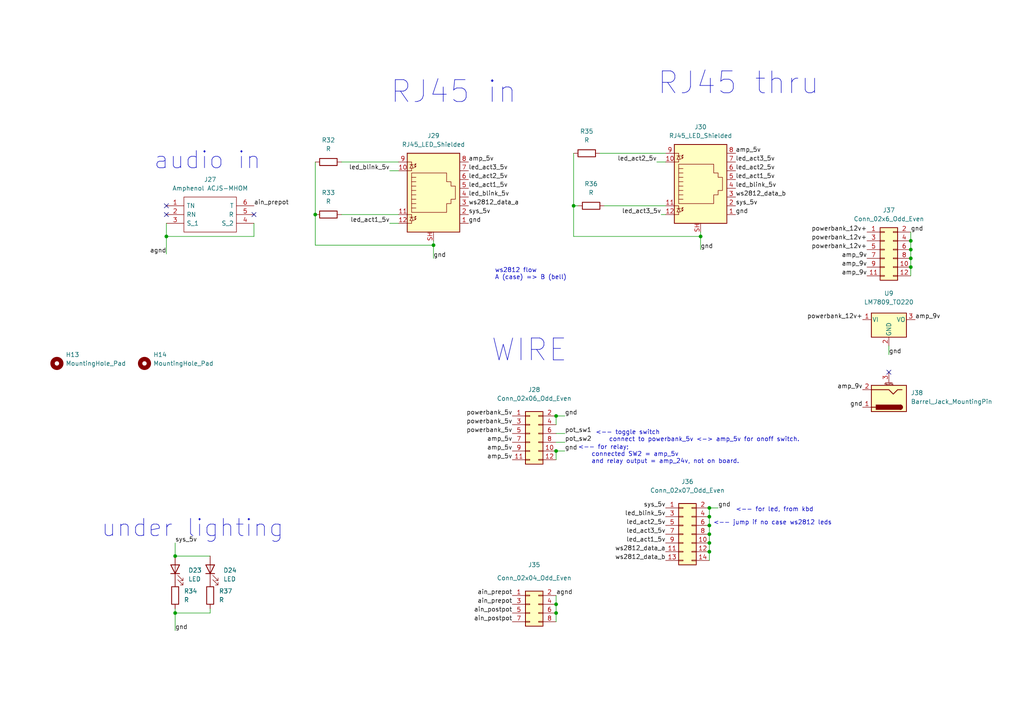
<source format=kicad_sch>
(kicad_sch (version 20211123) (generator eeschema)
  (paper "A4")
  (lib_symbols
    (symbol "Connector:RJ45_LED_Shielded" (pin_names (offset 1.016))
      (property "Reference" "J" (at -5.08 13.97 0))
      (property "Value" "RJ45_LED_Shielded" (at 1.27 13.97 0))
      (symbol "RJ45_LED_Shielded_0_1"
        (polyline (pts (xy -7.62 -7.62) (xy -6.35 -7.62)))
        (polyline (pts (xy -7.62 -5.08) (xy -6.35 -5.08)))
        (polyline (pts (xy -7.62 7.62) (xy -6.35 7.62)))
        (polyline (pts (xy -7.62 10.16) (xy -6.35 10.16)))
        (polyline (pts (xy -6.858 -5.842) (xy -5.842 -5.842)))
        (polyline (pts (xy -6.858 9.398) (xy -5.842 9.398)))
        (polyline (pts (xy -6.35 -7.62) (xy -6.35 -6.858)))
        (polyline (pts (xy -6.35 -5.08) (xy -6.35 -5.842)))
        (polyline (pts (xy -6.35 7.62) (xy -6.35 8.382)))
        (polyline (pts (xy -6.35 10.16) (xy -6.35 9.398)))
        (polyline (pts (xy -5.08 -6.223) (xy -5.207 -6.604)))
        (polyline (pts (xy -5.08 -5.588) (xy -5.207 -5.969)))
        (polyline (pts (xy -5.08 4.445) (xy -6.35 4.445)))
        (polyline (pts (xy -5.08 5.715) (xy -6.35 5.715)))
        (polyline (pts (xy -5.08 9.017) (xy -5.207 8.636)))
        (polyline (pts (xy -5.08 9.652) (xy -5.207 9.271)))
        (polyline (pts (xy -6.35 -3.175) (xy -5.08 -3.175) (xy -5.08 -3.175)))
        (polyline (pts (xy -6.35 -1.905) (xy -5.08 -1.905) (xy -5.08 -1.905)))
        (polyline (pts (xy -6.35 -0.635) (xy -5.08 -0.635) (xy -5.08 -0.635)))
        (polyline (pts (xy -6.35 0.635) (xy -5.08 0.635) (xy -5.08 0.635)))
        (polyline (pts (xy -6.35 1.905) (xy -5.08 1.905) (xy -5.08 1.905)))
        (polyline (pts (xy -5.588 -6.731) (xy -5.08 -6.223) (xy -5.461 -6.35)))
        (polyline (pts (xy -5.588 -6.096) (xy -5.08 -5.588) (xy -5.461 -5.715)))
        (polyline (pts (xy -5.588 8.509) (xy -5.08 9.017) (xy -5.461 8.89)))
        (polyline (pts (xy -5.588 9.144) (xy -5.08 9.652) (xy -5.461 9.525)))
        (polyline (pts (xy -5.08 3.175) (xy -6.35 3.175) (xy -6.35 3.175)))
        (polyline (pts (xy -6.35 -5.842) (xy -6.858 -6.858) (xy -5.842 -6.858) (xy -6.35 -5.842)))
        (polyline (pts (xy -6.35 9.398) (xy -6.858 8.382) (xy -5.842 8.382) (xy -6.35 9.398)))
        (polyline (pts (xy -6.35 -4.445) (xy -6.35 6.985) (xy 3.81 6.985) (xy 3.81 4.445) (xy 5.08 4.445) (xy 5.08 3.175) (xy 6.35 3.175) (xy 6.35 -0.635) (xy 5.08 -0.635) (xy 5.08 -1.905) (xy 3.81 -1.905) (xy 3.81 -4.445) (xy -6.35 -4.445) (xy -6.35 -4.445)))
        (rectangle (start 7.62 12.7) (end -7.62 -10.16) (stroke (width 0.254)) (fill (type background)))
      )
      (symbol "RJ45_LED_Shielded_1_1"
        (pin passive line (at 10.16 -7.62 180) (length 2.54) (name "~") (number "1"))
        (pin passive line (at -10.16 7.62 0) (length 2.54) (name "~") (number "10"))
        (pin passive line (at -10.16 -5.08 0) (length 2.54) (name "~") (number "11"))
        (pin passive line (at -10.16 -7.62 0) (length 2.54) (name "~") (number "12"))
        (pin passive line (at 10.16 -5.08 180) (length 2.54) (name "~") (number "2"))
        (pin passive line (at 10.16 -2.54 180) (length 2.54) (name "~") (number "3"))
        (pin passive line (at 10.16 0 180) (length 2.54) (name "~") (number "4"))
        (pin passive line (at 10.16 2.54 180) (length 2.54) (name "~") (number "5"))
        (pin passive line (at 10.16 5.08 180) (length 2.54) (name "~") (number "6"))
        (pin passive line (at 10.16 7.62 180) (length 2.54) (name "~") (number "7"))
        (pin passive line (at 10.16 10.16 180) (length 2.54) (name "~") (number "8"))
        (pin passive line (at -10.16 10.16 0) (length 2.54) (name "~") (number "9"))
        (pin passive line (at 0 -12.7 90) (length 2.54) (name "~") (number "SH"))
      )
    )
    (symbol "Connector_Generic:Conn_02x04_Odd_Even" (pin_names (offset 1.016) hide)
      (property "Reference" "J" (at 1.27 5.08 0))
      (property "Value" "Conn_02x04_Odd_Even" (at 1.27 -7.62 0))
      (symbol "Conn_02x04_Odd_Even_1_1"
        (rectangle (start -1.27 -4.953) (end 0 -5.207) (stroke (width 0.1524)))
        (rectangle (start -1.27 -2.413) (end 0 -2.667) (stroke (width 0.1524)))
        (rectangle (start -1.27 0.127) (end 0 -0.127) (stroke (width 0.1524)))
        (rectangle (start -1.27 2.667) (end 0 2.413) (stroke (width 0.1524)))
        (rectangle (start -1.27 3.81) (end 3.81 -6.35) (stroke (width 0.254)) (fill (type background)))
        (rectangle (start 3.81 -4.953) (end 2.54 -5.207) (stroke (width 0.1524)))
        (rectangle (start 3.81 -2.413) (end 2.54 -2.667) (stroke (width 0.1524)))
        (rectangle (start 3.81 0.127) (end 2.54 -0.127) (stroke (width 0.1524)))
        (rectangle (start 3.81 2.667) (end 2.54 2.413) (stroke (width 0.1524)))
        (pin passive line (at -5.08 2.54 0) (length 3.81) (name "Pin_1") (number "1"))
        (pin passive line (at 7.62 2.54 180) (length 3.81) (name "Pin_2") (number "2"))
        (pin passive line (at -5.08 0 0) (length 3.81) (name "Pin_3") (number "3"))
        (pin passive line (at 7.62 0 180) (length 3.81) (name "Pin_4") (number "4"))
        (pin passive line (at -5.08 -2.54 0) (length 3.81) (name "Pin_5") (number "5"))
        (pin passive line (at 7.62 -2.54 180) (length 3.81) (name "Pin_6") (number "6"))
        (pin passive line (at -5.08 -5.08 0) (length 3.81) (name "Pin_7") (number "7"))
        (pin passive line (at 7.62 -5.08 180) (length 3.81) (name "Pin_8") (number "8"))
      )
    )
    (symbol "Connector_Generic:Conn_02x06_Odd_Even" (pin_names (offset 1.016) hide)
      (property "Reference" "J" (at 1.27 7.62 0))
      (property "Value" "Conn_02x06_Odd_Even" (at 1.27 -10.16 0))
      (symbol "Conn_02x06_Odd_Even_1_1"
        (rectangle (start -1.27 -7.493) (end 0 -7.747) (stroke (width 0.1524)))
        (rectangle (start -1.27 -4.953) (end 0 -5.207) (stroke (width 0.1524)))
        (rectangle (start -1.27 -2.413) (end 0 -2.667) (stroke (width 0.1524)))
        (rectangle (start -1.27 0.127) (end 0 -0.127) (stroke (width 0.1524)))
        (rectangle (start -1.27 2.667) (end 0 2.413) (stroke (width 0.1524)))
        (rectangle (start -1.27 5.207) (end 0 4.953) (stroke (width 0.1524)))
        (rectangle (start -1.27 6.35) (end 3.81 -8.89) (stroke (width 0.254)) (fill (type background)))
        (rectangle (start 3.81 -7.493) (end 2.54 -7.747) (stroke (width 0.1524)))
        (rectangle (start 3.81 -4.953) (end 2.54 -5.207) (stroke (width 0.1524)))
        (rectangle (start 3.81 -2.413) (end 2.54 -2.667) (stroke (width 0.1524)))
        (rectangle (start 3.81 0.127) (end 2.54 -0.127) (stroke (width 0.1524)))
        (rectangle (start 3.81 2.667) (end 2.54 2.413) (stroke (width 0.1524)))
        (rectangle (start 3.81 5.207) (end 2.54 4.953) (stroke (width 0.1524)))
        (pin passive line (at -5.08 5.08 0) (length 3.81) (name "Pin_1") (number "1"))
        (pin passive line (at 7.62 -5.08 180) (length 3.81) (name "Pin_10") (number "10"))
        (pin passive line (at -5.08 -7.62 0) (length 3.81) (name "Pin_11") (number "11"))
        (pin passive line (at 7.62 -7.62 180) (length 3.81) (name "Pin_12") (number "12"))
        (pin passive line (at 7.62 5.08 180) (length 3.81) (name "Pin_2") (number "2"))
        (pin passive line (at -5.08 2.54 0) (length 3.81) (name "Pin_3") (number "3"))
        (pin passive line (at 7.62 2.54 180) (length 3.81) (name "Pin_4") (number "4"))
        (pin passive line (at -5.08 0 0) (length 3.81) (name "Pin_5") (number "5"))
        (pin passive line (at 7.62 0 180) (length 3.81) (name "Pin_6") (number "6"))
        (pin passive line (at -5.08 -2.54 0) (length 3.81) (name "Pin_7") (number "7"))
        (pin passive line (at 7.62 -2.54 180) (length 3.81) (name "Pin_8") (number "8"))
        (pin passive line (at -5.08 -5.08 0) (length 3.81) (name "Pin_9") (number "9"))
      )
    )
    (symbol "Connector_Generic:Conn_02x07_Odd_Even" (pin_names (offset 1.016) hide)
      (property "Reference" "J" (at 1.27 10.16 0))
      (property "Value" "Conn_02x07_Odd_Even" (at 1.27 -10.16 0))
      (symbol "Conn_02x07_Odd_Even_1_1"
        (rectangle (start -1.27 -7.493) (end 0 -7.747) (stroke (width 0.1524)))
        (rectangle (start -1.27 -4.953) (end 0 -5.207) (stroke (width 0.1524)))
        (rectangle (start -1.27 -2.413) (end 0 -2.667) (stroke (width 0.1524)))
        (rectangle (start -1.27 0.127) (end 0 -0.127) (stroke (width 0.1524)))
        (rectangle (start -1.27 2.667) (end 0 2.413) (stroke (width 0.1524)))
        (rectangle (start -1.27 5.207) (end 0 4.953) (stroke (width 0.1524)))
        (rectangle (start -1.27 7.747) (end 0 7.493) (stroke (width 0.1524)))
        (rectangle (start -1.27 8.89) (end 3.81 -8.89) (stroke (width 0.254)) (fill (type background)))
        (rectangle (start 3.81 -7.493) (end 2.54 -7.747) (stroke (width 0.1524)))
        (rectangle (start 3.81 -4.953) (end 2.54 -5.207) (stroke (width 0.1524)))
        (rectangle (start 3.81 -2.413) (end 2.54 -2.667) (stroke (width 0.1524)))
        (rectangle (start 3.81 0.127) (end 2.54 -0.127) (stroke (width 0.1524)))
        (rectangle (start 3.81 2.667) (end 2.54 2.413) (stroke (width 0.1524)))
        (rectangle (start 3.81 5.207) (end 2.54 4.953) (stroke (width 0.1524)))
        (rectangle (start 3.81 7.747) (end 2.54 7.493) (stroke (width 0.1524)))
        (pin passive line (at -5.08 7.62 0) (length 3.81) (name "Pin_1") (number "1"))
        (pin passive line (at 7.62 -2.54 180) (length 3.81) (name "Pin_10") (number "10"))
        (pin passive line (at -5.08 -5.08 0) (length 3.81) (name "Pin_11") (number "11"))
        (pin passive line (at 7.62 -5.08 180) (length 3.81) (name "Pin_12") (number "12"))
        (pin passive line (at -5.08 -7.62 0) (length 3.81) (name "Pin_13") (number "13"))
        (pin passive line (at 7.62 -7.62 180) (length 3.81) (name "Pin_14") (number "14"))
        (pin passive line (at 7.62 7.62 180) (length 3.81) (name "Pin_2") (number "2"))
        (pin passive line (at -5.08 5.08 0) (length 3.81) (name "Pin_3") (number "3"))
        (pin passive line (at 7.62 5.08 180) (length 3.81) (name "Pin_4") (number "4"))
        (pin passive line (at -5.08 2.54 0) (length 3.81) (name "Pin_5") (number "5"))
        (pin passive line (at 7.62 2.54 180) (length 3.81) (name "Pin_6") (number "6"))
        (pin passive line (at -5.08 0 0) (length 3.81) (name "Pin_7") (number "7"))
        (pin passive line (at 7.62 0 180) (length 3.81) (name "Pin_8") (number "8"))
        (pin passive line (at -5.08 -2.54 0) (length 3.81) (name "Pin_9") (number "9"))
      )
    )
    (symbol "Device:LED" (pin_numbers hide) (pin_names (offset 1.016) hide)
      (property "Reference" "D" (at 0 2.54 0))
      (property "Value" "LED" (at 0 -2.54 0))
      (symbol "LED_0_1"
        (polyline (pts (xy -1.27 -1.27) (xy -1.27 1.27)) (stroke (width 0.254)))
        (polyline (pts (xy -1.27 0) (xy 1.27 0)))
        (polyline (pts (xy 1.27 -1.27) (xy 1.27 1.27) (xy -1.27 0) (xy 1.27 -1.27)) (stroke (width 0.254)))
        (polyline (pts (xy -3.048 -0.762) (xy -4.572 -2.286) (xy -3.81 -2.286) (xy -4.572 -2.286) (xy -4.572 -1.524)))
        (polyline (pts (xy -1.778 -0.762) (xy -3.302 -2.286) (xy -2.54 -2.286) (xy -3.302 -2.286) (xy -3.302 -1.524)))
      )
      (symbol "LED_1_1"
        (pin passive line (at -3.81 0 0) (length 2.54) (name "K") (number "1"))
        (pin passive line (at 3.81 0 180) (length 2.54) (name "A") (number "2"))
      )
    )
    (symbol "Device:R" (pin_numbers hide) (pin_names (offset 0))
      (property "Reference" "R" (at 2.032 0 90))
      (property "Value" "R" (at 0 0 90))
      (symbol "R_0_1"
        (rectangle (start -1.016 -2.54) (end 1.016 2.54) (stroke (width 0.254)))
      )
      (symbol "R_1_1"
        (pin passive line (at 0 3.81 270) (length 1.27) (name "~") (number "1"))
        (pin passive line (at 0 -3.81 90) (length 1.27) (name "~") (number "2"))
      )
    )
    (symbol "Mechanical:MountingHole" (pin_names (offset 1.016))
      (property "Reference" "H" (at 0 5.08 0))
      (property "Value" "MountingHole" (at 0 3.175 0))
      (symbol "MountingHole_0_1"
        (circle (center 0 0) (radius 1.27) (stroke (width 1.27)))
      )
    )
    (symbol "Regulator_Linear:LM7809_TO220" (pin_names (offset 0.254))
      (property "Reference" "U" (at -3.81 3.175 0))
      (property "Value" "LM7809_TO220" (at 0 3.175 0))
      (symbol "LM7809_TO220_0_1"
        (rectangle (start -5.08 1.905) (end 5.08 -5.08) (stroke (width 0.254)) (fill (type background)))
      )
      (symbol "LM7809_TO220_1_1"
        (pin power_in line (at -7.62 0 0) (length 2.54) (name "VI") (number "1"))
        (pin power_in line (at 0 -7.62 90) (length 2.54) (name "GND") (number "2"))
        (pin power_out line (at 7.62 0 180) (length 2.54) (name "VO") (number "3"))
      )
    )
    (symbol "clarinoid2:Amphenol ACJS-MHOM" (pin_names (offset 0.762))
      (property "Reference" "J" (at 21.59 7.62 0))
      (property "Value" "Amphenol ACJS-MHOM" (at 21.59 5.08 0))
      (symbol "Amphenol ACJS-MHOM_0_0"
        (pin passive line (at 0 0 0) (length 5.08) (name "TN") (number "1"))
        (pin passive line (at 0 -2.54 0) (length 5.08) (name "RN") (number "2"))
        (pin passive line (at 0 -5.08 0) (length 5.08) (name "S_1") (number "3"))
        (pin passive line (at 25.4 -5.08 180) (length 5.08) (name "S_2") (number "4"))
        (pin passive line (at 25.4 -2.54 180) (length 5.08) (name "R") (number "5"))
        (pin passive line (at 25.4 0 180) (length 5.08) (name "T") (number "6"))
      )
      (symbol "Amphenol ACJS-MHOM_0_1"
        (polyline (pts (xy 5.08 2.54) (xy 20.32 2.54) (xy 20.32 -7.62) (xy 5.08 -7.62) (xy 5.08 2.54)) (stroke (width 0.1524)))
      )
    )
    (symbol "clarinoid2:Barrel_Jack_MountingPin" (pin_names hide)
      (property "Reference" "J" (at 0 5.334 0))
      (property "Value" "Barrel_Jack_MountingPin" (at 1.27 -6.35 0))
      (symbol "Barrel_Jack_MountingPin_0_1"
        (rectangle (start -5.08 3.81) (end 5.08 -3.81) (stroke (width 0.254)) (fill (type background)))
        (arc (start -3.302 3.175) (mid -3.937 2.54) (end -3.302 1.905) (stroke (width 0.254)))
        (arc (start -3.302 3.175) (mid -3.937 2.54) (end -3.302 1.905) (stroke (width 0.254)) (fill (type outline)))
        (polyline (pts (xy 5.08 2.54) (xy 3.81 2.54)) (stroke (width 0.254)))
        (polyline (pts (xy -3.81 -2.54) (xy -2.54 -2.54) (xy -1.27 -1.27) (xy 0 -2.54) (xy 2.54 -2.54) (xy 5.08 -2.54)) (stroke (width 0.254)))
        (rectangle (start 3.683 3.175) (end -3.302 1.905) (stroke (width 0.254)) (fill (type outline)))
      )
      (symbol "Barrel_Jack_MountingPin_1_1"
        (polyline (pts (xy -1.016 -4.572) (xy 1.016 -4.572)) (stroke (width 0.1524)))
        (text "Mounting" (at 0 -4.191 0) (effects (font (size 0.381 0.381))))
        (pin passive line (at 7.62 2.54 180) (length 2.54) (name "~") (number "1"))
        (pin passive line (at 7.62 -2.54 180) (length 2.54) (name "~") (number "2"))
        (pin passive line (at 0 -7.62 90) (length 3.048) (name "MountPin") (number "3"))
      )
    )
  )
  (junction (at 91.44 62.23))
  (junction (at 264.16 72.39))
  (junction (at 125.73 71.12))
  (junction (at 205.74 149.86))
  (junction (at 203.2 68.58))
  (junction (at 205.74 152.4))
  (junction (at 264.16 69.85))
  (junction (at 205.74 157.48))
  (junction (at 161.29 120.65))
  (junction (at 264.16 74.93))
  (junction (at 205.74 160.02))
  (junction (at 205.74 147.32))
  (junction (at 50.8 177.8))
  (junction (at 264.16 77.47))
  (junction (at 166.37 59.69))
  (junction (at 161.29 177.8))
  (junction (at 205.74 154.94))
  (junction (at 161.29 130.81))
  (junction (at 50.8 161.29))
  (junction (at 161.29 175.26))
  (junction (at 48.26 68.58))
  (no_connect (at 73.66 62.23))
  (no_connect (at 48.26 59.69))
  (no_connect (at 48.26 62.23))
  (no_connect (at 257.81 107.95))
  (wire (pts (xy 73.66 68.58) (xy 48.26 68.58)))
  (wire (pts (xy 205.74 157.48) (xy 205.74 160.02)))
  (wire (pts (xy 264.16 72.39) (xy 264.16 74.93)))
  (wire (pts (xy 203.2 72.39) (xy 203.2 68.58)))
  (wire (pts (xy 99.06 46.99) (xy 115.57 46.99)))
  (wire (pts (xy 163.83 120.65) (xy 161.29 120.65)))
  (wire (pts (xy 161.29 125.73) (xy 163.83 125.73)))
  (wire (pts (xy 48.26 73.66) (xy 48.26 68.58)))
  (wire (pts (xy 113.03 49.53) (xy 115.57 49.53)))
  (wire (pts (xy 208.28 147.32) (xy 205.74 147.32)))
  (wire (pts (xy 50.8 182.88) (xy 50.8 177.8)))
  (wire (pts (xy 205.74 154.94) (xy 205.74 157.48)))
  (wire (pts (xy 191.77 62.23) (xy 193.04 62.23)))
  (wire (pts (xy 205.74 152.4) (xy 205.74 154.94)))
  (wire (pts (xy 264.16 69.85) (xy 264.16 72.39)))
  (wire (pts (xy 173.99 44.45) (xy 193.04 44.45)))
  (wire (pts (xy 91.44 46.99) (xy 91.44 62.23)))
  (wire (pts (xy 166.37 59.69) (xy 167.64 59.69)))
  (wire (pts (xy 264.16 74.93) (xy 264.16 77.47)))
  (wire (pts (xy 91.44 62.23) (xy 91.44 71.12)))
  (wire (pts (xy 205.74 147.32) (xy 205.74 149.86)))
  (wire (pts (xy 161.29 177.8) (xy 161.29 180.34)))
  (wire (pts (xy 203.2 68.58) (xy 203.2 67.31)))
  (wire (pts (xy 166.37 59.69) (xy 166.37 68.58)))
  (wire (pts (xy 166.37 68.58) (xy 203.2 68.58)))
  (wire (pts (xy 60.96 176.53) (xy 60.96 177.8)))
  (wire (pts (xy 50.8 177.8) (xy 50.8 176.53)))
  (wire (pts (xy 166.37 44.45) (xy 166.37 59.69)))
  (wire (pts (xy 161.29 130.81) (xy 161.29 133.35)))
  (wire (pts (xy 161.29 172.72) (xy 161.29 175.26)))
  (wire (pts (xy 99.06 62.23) (xy 115.57 62.23)))
  (wire (pts (xy 264.16 77.47) (xy 264.16 80.01)))
  (wire (pts (xy 125.73 71.12) (xy 125.73 69.85)))
  (wire (pts (xy 60.96 177.8) (xy 50.8 177.8)))
  (wire (pts (xy 205.74 149.86) (xy 205.74 152.4)))
  (wire (pts (xy 161.29 130.81) (xy 163.83 130.81)))
  (wire (pts (xy 50.8 157.48) (xy 50.8 161.29)))
  (wire (pts (xy 125.73 74.93) (xy 125.73 71.12)))
  (wire (pts (xy 257.81 102.87) (xy 257.81 100.33)))
  (wire (pts (xy 48.26 68.58) (xy 48.26 64.77)))
  (wire (pts (xy 190.5 46.99) (xy 193.04 46.99)))
  (wire (pts (xy 264.16 67.31) (xy 264.16 69.85)))
  (wire (pts (xy 161.29 120.65) (xy 161.29 123.19)))
  (wire (pts (xy 50.8 161.29) (xy 60.96 161.29)))
  (wire (pts (xy 113.03 64.77) (xy 115.57 64.77)))
  (wire (pts (xy 161.29 175.26) (xy 161.29 177.8)))
  (wire (pts (xy 163.83 128.27) (xy 161.29 128.27)))
  (wire (pts (xy 91.44 71.12) (xy 125.73 71.12)))
  (wire (pts (xy 205.74 160.02) (xy 205.74 162.56)))
  (wire (pts (xy 73.66 64.77) (xy 73.66 68.58)))
  (wire (pts (xy 175.26 59.69) (xy 193.04 59.69)))
  (text "ws2812 flow\nA (case) => B (bell)" (at 143.51 81.28 0) (effects (font (size 1.27 1.27)) (justify left bottom)))
  (text "RJ45 in" (at 113.03 30.48 0) (effects (font (size 6.35 6.35)) (justify left bottom)))
  (text "<-- for led, from kbd" (at 213.36 148.59 0) (effects (font (size 1.27 1.27)) (justify left bottom)))
  (text "under lighting" (at 29.21 156.21 0) (effects (font (size 5 5)) (justify left bottom)))
  (text "RJ45 thru" (at 190.5 27.94 0) (effects (font (size 6.35 6.35)) (justify left bottom)))
  (text "audio in" (at 44.45 49.53 0) (effects (font (size 5 5)) (justify left bottom)))
  (text "<-- for relay;\n    connected SW2 = amp_5v\n    and relay output = amp_24v, not on board." (at 167.64 134.62 0) (effects (font (size 1.27 1.27)) (justify left bottom)))
  (text "<-- jump if no case ws2812 leds" (at 241.3 152.4 180) (effects (font (size 1.27 1.27)) (justify right bottom)))
  (text "<-- toggle switch\n    connect to powerbank_5v <-> amp_5v for onoff switch.\n" (at 172.72 128.27 0) (effects (font (size 1.27 1.27)) (justify left bottom)))
  (text "WIRE" (at 142.24 105.41 0) (effects (font (size 6.35 6.35)) (justify left bottom)))
  (label "led_act3_5v" (at 193.04 154.94 180))
  (label "pot_sw1" (at 163.83 125.73 0))
  (label "led_act2_5v" (at 135.89 52.07 0))
  (label "led_act2_5v" (at 213.36 49.53 0))
  (label "led_blink_5v" (at 213.36 54.61 0))
  (label "amp_9v" (at 250.19 113.03 180))
  (label "powerbank_5v" (at 148.59 125.73 180))
  (label "gnd" (at 163.83 120.65 0))
  (label "ain_prepot" (at 148.59 175.26 180))
  (label "gnd" (at 50.8 182.88 0))
  (label "sys_5v" (at 50.8 157.48 0))
  (label "powerbank_5v" (at 148.59 120.65 180))
  (label "led_act1_5v" (at 135.89 54.61 0))
  (label "amp_9v" (at 251.46 74.93 180))
  (label "amp_5v" (at 213.36 44.45 0))
  (label "gnd" (at 250.19 118.11 180))
  (label "sys_5v" (at 135.89 62.23 0))
  (label "led_blink_5v" (at 193.04 149.86 180))
  (label "ws2812_data_b" (at 213.36 57.15 0))
  (label "powerbank_12v+" (at 251.46 67.31 180))
  (label "led_act1_5v" (at 113.03 64.77 180))
  (label "gnd" (at 163.83 130.81 0))
  (label "gnd" (at 203.2 72.39 0))
  (label "amp_5v" (at 148.59 130.81 180))
  (label "amp_5v" (at 148.59 133.35 180))
  (label "gnd" (at 213.36 62.23 0))
  (label "amp_5v" (at 135.89 46.99 0))
  (label "led_act3_5v" (at 135.89 49.53 0))
  (label "powerbank_12v+" (at 251.46 72.39 180))
  (label "ws2812_data_b" (at 193.04 162.56 180))
  (label "led_act2_5v" (at 190.5 46.99 180))
  (label "powerbank_12v+" (at 251.46 69.85 180))
  (label "pot_sw2" (at 163.83 128.27 0))
  (label "agnd" (at 161.29 172.72 0))
  (label "gnd" (at 125.73 74.93 0))
  (label "sys_5v" (at 213.36 59.69 0))
  (label "ain_postpot" (at 148.59 180.34 180))
  (label "led_blink_5v" (at 135.89 57.15 0))
  (label "powerbank_5v" (at 148.59 123.19 180))
  (label "ws2812_data_a" (at 135.89 59.69 0))
  (label "led_act1_5v" (at 193.04 157.48 180))
  (label "ws2812_data_a" (at 193.04 160.02 180))
  (label "led_act3_5v" (at 191.77 62.23 180))
  (label "amp_9v" (at 265.43 92.71 0))
  (label "gnd" (at 257.81 102.87 0))
  (label "ain_postpot" (at 148.59 177.8 180))
  (label "powerbank_12v+" (at 250.19 92.71 180))
  (label "gnd" (at 208.28 147.32 0))
  (label "led_act2_5v" (at 193.04 152.4 180))
  (label "amp_9v" (at 251.46 80.01 180))
  (label "led_blink_5v" (at 113.03 49.53 180))
  (label "gnd" (at 135.89 64.77 0))
  (label "amp_5v" (at 148.59 128.27 180))
  (label "gnd" (at 264.16 67.31 0))
  (label "sys_5v" (at 193.04 147.32 180))
  (label "led_act3_5v" (at 213.36 46.99 0))
  (label "agnd" (at 48.26 73.66 180))
  (label "amp_9v" (at 251.46 77.47 180))
  (label "led_act1_5v" (at 213.36 52.07 0))
  (label "ain_prepot" (at 148.59 172.72 180))
  (label "ain_prepot" (at 73.66 59.69 0))
  (symbol (lib_id "Device:R") (at 171.45 59.69 90) (unit 1) (in_bom no)
    (property "Reference" "R36" (at 171.45 53.34 90))
    (property "Value" "R" (at 171.45 55.88 90))
    (property "Footprint" "Resistor_THT:R_Axial_DIN0207_L6.3mm_D2.5mm_P10.16mm_Horizontal" (effects hide))
  )
  (symbol (lib_id "Device:LED") (at 50.8 165.1 90) (unit 1) (in_bom no)
    (property "Reference" "D23" (at 54.61 165.4174 90) (effects (justify right)))
    (property "Value" "LED" (at 54.61 167.9574 90) (effects (justify right)))
    (property "Footprint" "clarinoid2:LED_D5.0mm_withbottomtext" (effects hide))
  )
  (symbol (lib_id "Connector_Generic:Conn_02x06_Odd_Even") (at 256.54 72.39 0) (unit 1) (in_bom no)
    (property "Reference" "J37" (at 257.81 60.96 0))
    (property "Value" "Conn_02x6_Odd_Even" (at 257.81 63.5 0))
    (property "Footprint" "Connector_PinHeader_2.54mm:PinHeader_2x06_P2.54mm_Vertical" (effects hide))
  )
  (symbol (lib_id "Connector_Generic:Conn_02x06_Odd_Even") (at 153.67 125.73 0) (unit 1)
    (property "Reference" "J28" (at 154.94 113.03 0))
    (property "Value" "Conn_02x06_Odd_Even" (at 154.94 115.57 0))
    (property "Footprint" "Connector_PinHeader_2.54mm:PinHeader_2x06_P2.54mm_Vertical" (effects hide))
  )
  (symbol (lib_id "clarinoid2:Barrel_Jack_MountingPin") (at 257.81 115.57 180) (unit 1)
    (property "Reference" "J38" (at 264.16 113.9443 0) (effects (justify right)))
    (property "Value" "Barrel_Jack_MountingPin" (at 264.16 116.4843 0) (effects (justify right)))
    (property "Footprint" "Connector_BarrelJack:BarrelJack_GCT_DCJ200-10-A_Horizontal" (effects hide))
  )
  (symbol (lib_id "Connector:RJ45_LED_Shielded") (at 203.2 54.61 0) (unit 1)
    (property "Reference" "J30" (at 203.2 36.83 0))
    (property "Value" "RJ45_LED_Shielded" (at 203.2 39.37 0))
    (property "Footprint" "Connector_RJ:RJ45_Amphenol_RJHSE538X" (effects hide))
  )
  (symbol (lib_id "clarinoid2:Amphenol ACJS-MHOM") (at 48.26 59.69 0) (unit 1) (in_bom no)
    (property "Reference" "J27" (at 60.96 52.07 0))
    (property "Value" "Amphenol ACJS-MHOM" (at 60.96 54.61 0))
    (property "Footprint" "SamacSys_Parts:ACJSMHOM" (effects hide))
    (property "Datasheet" "https://www.amphenol-sine.com/pdf/datasheet/ACJS-MHOM.pdf" (effects hide))
    (property "Description" "Phone Connectors 1/4\"HOR Snap-fit CHASSIS CONN" (effects hide))
    (property "Height" "12.7" (effects hide))
    (property "Mouser Part Number" "523-ACJS-MHOM" (effects hide))
    (property "Mouser Price/Stock" "https://www.mouser.co.uk/ProductDetail/Amphenol-Audio/ACJS-MHOM?qs=t8VhaDIDl4vZ9ROsgrVY0w%3D%3D" (effects hide))
    (property "Manufacturer_Name" "Amphenol" (effects hide))
    (property "Manufacturer_Part_Number" "ACJS-MHOM" (effects hide))
  )
  (symbol (lib_id "Device:R") (at 50.8 172.72 0) (unit 1) (in_bom no)
    (property "Reference" "R34" (at 53.34 171.4499 0) (effects (justify left)))
    (property "Value" "R" (at 53.34 173.9899 0) (effects (justify left)))
    (property "Footprint" "Resistor_THT:R_Axial_DIN0207_L6.3mm_D2.5mm_P10.16mm_Horizontal" (effects hide))
  )
  (symbol (lib_id "Mechanical:MountingHole") (at 16.51 105.41 0) (unit 1)
    (property "Reference" "H13" (at 19.05 102.8699 0) (effects (justify left)))
    (property "Value" "MountingHole_Pad" (at 19.05 105.4099 0) (effects (justify left)))
    (property "Footprint" "MountingHole:MountingHole_3.2mm_M3" (effects hide))
  )
  (symbol (lib_id "Device:R") (at 170.18 44.45 90) (unit 1) (in_bom no)
    (property "Reference" "R35" (at 170.18 38.1 90))
    (property "Value" "R" (at 170.18 40.64 90))
    (property "Footprint" "Resistor_THT:R_Axial_DIN0207_L6.3mm_D2.5mm_P10.16mm_Horizontal" (effects hide))
  )
  (symbol (lib_id "Connector_Generic:Conn_02x04_Odd_Even") (at 153.67 175.26 0) (unit 1) (in_bom no)
    (property "Reference" "J35" (at 154.94 163.83 0))
    (property "Value" "Conn_02x04_Odd_Even" (at 154.94 167.64 0))
    (property "Footprint" "Connector_PinHeader_2.54mm:PinHeader_2x04_P2.54mm_Vertical" (effects hide))
  )
  (symbol (lib_id "Device:R") (at 95.25 62.23 90) (unit 1) (in_bom no)
    (property "Reference" "R33" (at 95.25 55.88 90))
    (property "Value" "R" (at 95.25 58.42 90))
    (property "Footprint" "Resistor_THT:R_Axial_DIN0207_L6.3mm_D2.5mm_P10.16mm_Horizontal" (effects hide))
  )
  (symbol (lib_id "Device:R") (at 95.25 46.99 90) (unit 1) (in_bom no)
    (property "Reference" "R32" (at 95.25 40.64 90))
    (property "Value" "R" (at 95.25 43.18 90))
    (property "Footprint" "Resistor_THT:R_Axial_DIN0207_L6.3mm_D2.5mm_P10.16mm_Horizontal" (effects hide))
  )
  (symbol (lib_id "Mechanical:MountingHole") (at 41.91 105.41 0) (unit 1)
    (property "Reference" "H14" (at 44.45 102.8699 0) (effects (justify left)))
    (property "Value" "MountingHole_Pad" (at 44.45 105.4099 0) (effects (justify left)))
    (property "Footprint" "MountingHole:MountingHole_3.2mm_M3" (effects hide))
  )
  (symbol (lib_id "Connector:RJ45_LED_Shielded") (at 125.73 57.15 0) (unit 1)
    (property "Reference" "J29" (at 125.73 39.37 0))
    (property "Value" "RJ45_LED_Shielded" (at 125.73 41.91 0))
    (property "Footprint" "Connector_RJ:RJ45_Amphenol_RJHSE538X" (effects hide))
  )
  (symbol (lib_id "Device:LED") (at 60.96 165.1 90) (unit 1) (in_bom no)
    (property "Reference" "D24" (at 64.77 165.4174 90) (effects (justify right)))
    (property "Value" "LED" (at 64.77 167.9574 90) (effects (justify right)))
    (property "Footprint" "clarinoid2:LED_D5.0mm_withbottomtext" (effects hide))
  )
  (symbol (lib_id "Connector_Generic:Conn_02x07_Odd_Even") (at 198.12 154.94 0) (unit 1) (in_bom no)
    (property "Reference" "J36" (at 199.39 139.7 0))
    (property "Value" "Conn_02x07_Odd_Even" (at 199.39 142.24 0))
    (property "Footprint" "Connector_PinHeader_2.54mm:PinHeader_2x07_P2.54mm_Vertical" (effects hide))
  )
  (symbol (lib_id "Device:R") (at 60.96 172.72 0) (unit 1) (in_bom no)
    (property "Reference" "R37" (at 63.5 171.4499 0) (effects (justify left)))
    (property "Value" "R" (at 63.5 173.9899 0) (effects (justify left)))
    (property "Footprint" "Resistor_THT:R_Axial_DIN0207_L6.3mm_D2.5mm_P10.16mm_Horizontal" (effects hide))
  )
  (symbol (lib_id "Regulator_Linear:LM7809_TO220") (at 257.81 92.71 0) (unit 1) (in_bom no)
    (property "Reference" "U9" (at 257.81 85.09 0))
    (property "Value" "LM7809_TO220" (at 257.81 87.63 0))
    (property "Footprint" "Package_TO_SOT_THT:TO-220-3_Vertical" (effects hide))
    (property "Datasheet" "https://www.onsemi.cn/PowerSolutions/document/MC7800-D.PDF" (effects hide))
  )
)
</source>
